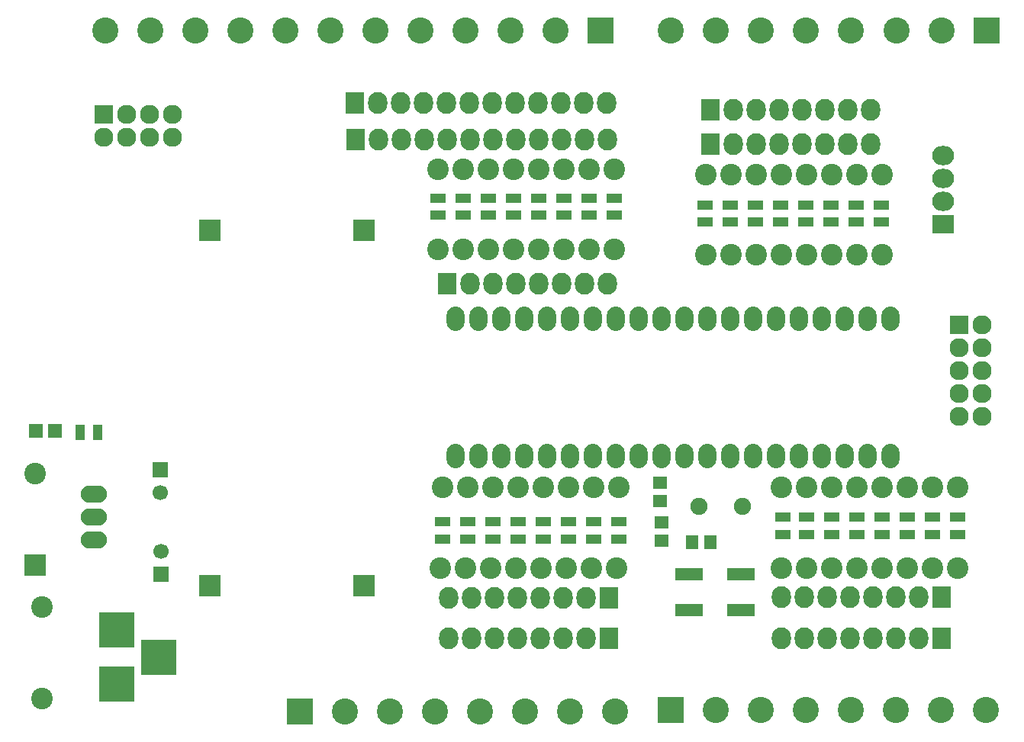
<source format=gbr>
G04 #@! TF.FileFunction,Soldermask,Top*
%FSLAX46Y46*%
G04 Gerber Fmt 4.6, Leading zero omitted, Abs format (unit mm)*
G04 Created by KiCad (PCBNEW 201611211049+7371~55~ubuntu16.10.1-product) date Mon Dec 19 15:07:25 2016*
%MOMM*%
%LPD*%
G01*
G04 APERTURE LIST*
%ADD10C,0.100000*%
%ADD11R,1.700000X1.700000*%
%ADD12C,1.700000*%
%ADD13R,3.900120X3.900120*%
%ADD14R,2.127200X2.127200*%
%ADD15O,2.127200X2.127200*%
%ADD16C,2.398980*%
%ADD17R,2.398980X2.398980*%
%ADD18O,2.000000X2.700000*%
%ADD19R,3.150000X1.400000*%
%ADD20O,2.899360X1.901140*%
%ADD21C,1.901140*%
%ADD22R,1.650000X1.400000*%
%ADD23R,1.400000X1.650000*%
%ADD24R,1.598880X1.598880*%
%ADD25R,1.100000X1.700000*%
%ADD26R,1.700000X1.100000*%
%ADD27C,2.900000*%
%ADD28R,2.900000X2.900000*%
%ADD29R,2.127200X2.432000*%
%ADD30O,2.127200X2.432000*%
%ADD31R,2.432000X2.127200*%
%ADD32O,2.432000X2.127200*%
G04 APERTURE END LIST*
D10*
D11*
X109474000Y-105156000D03*
D12*
X109474000Y-102656000D03*
D11*
X109347000Y-93599000D03*
D12*
X109347000Y-96099000D03*
D13*
X104521000Y-111401860D03*
X104521000Y-117401340D03*
X109220000Y-114401600D03*
D14*
X197993000Y-77470000D03*
D15*
X200533000Y-77470000D03*
X197993000Y-80010000D03*
X200533000Y-80010000D03*
X197993000Y-82550000D03*
X200533000Y-82550000D03*
X197993000Y-85090000D03*
X200533000Y-85090000D03*
X197993000Y-87630000D03*
X200533000Y-87630000D03*
D16*
X95501460Y-93980000D03*
D17*
X95501460Y-104140000D03*
D16*
X96266000Y-118999000D03*
X96266000Y-108839000D03*
D18*
X142113000Y-92075000D03*
X144653000Y-92075000D03*
X147193000Y-92075000D03*
X149733000Y-92075000D03*
X152273000Y-92075000D03*
X154813000Y-92075000D03*
X157353000Y-92075000D03*
X159893000Y-92075000D03*
X162433000Y-92075000D03*
X164973000Y-92075000D03*
X167513000Y-92075000D03*
X170053000Y-92075000D03*
X172593000Y-92075000D03*
X175133000Y-92075000D03*
X177673000Y-92075000D03*
X180213000Y-92075000D03*
X182753000Y-92075000D03*
X185293000Y-92075000D03*
X187833000Y-92075000D03*
X190373000Y-92075000D03*
X190373000Y-76835000D03*
X187833000Y-76835000D03*
X185293000Y-76835000D03*
X182753000Y-76835000D03*
X180213000Y-76835000D03*
X177673000Y-76835000D03*
X175133000Y-76835000D03*
X172593000Y-76835000D03*
X170053000Y-76835000D03*
X167513000Y-76835000D03*
X164973000Y-76835000D03*
X162433000Y-76835000D03*
X159893000Y-76835000D03*
X157353000Y-76835000D03*
X154813000Y-76835000D03*
X152273000Y-76835000D03*
X149733000Y-76835000D03*
X147193000Y-76835000D03*
X144653000Y-76835000D03*
X142113000Y-76835000D03*
D17*
X114919000Y-106489500D03*
X131969000Y-106489500D03*
X114871500Y-66992500D03*
X132016500Y-66992500D03*
D19*
X168067000Y-105188000D03*
X173817000Y-105188000D03*
X173817000Y-109188000D03*
X168067000Y-109188000D03*
D20*
X101981000Y-98806000D03*
X101981000Y-101346000D03*
X101981000Y-96266000D03*
D21*
X169136060Y-97663000D03*
X174017940Y-97663000D03*
D22*
X164973000Y-101457000D03*
X164973000Y-99457000D03*
D23*
X168418000Y-101600000D03*
X170418000Y-101600000D03*
D22*
X164846000Y-95012000D03*
X164846000Y-97012000D03*
D24*
X95597980Y-89281000D03*
X97696020Y-89281000D03*
D14*
X103124000Y-54102000D03*
D15*
X103124000Y-56642000D03*
X105664000Y-54102000D03*
X105664000Y-56642000D03*
X108204000Y-54102000D03*
X108204000Y-56642000D03*
X110744000Y-54102000D03*
X110744000Y-56642000D03*
D25*
X100523000Y-89408000D03*
X102423000Y-89408000D03*
D26*
X178435000Y-98872000D03*
X178435000Y-100772000D03*
X181102000Y-98872000D03*
X181102000Y-100772000D03*
X183896000Y-98872000D03*
X183896000Y-100772000D03*
X186690000Y-98872000D03*
X186690000Y-100772000D03*
X189484000Y-98872000D03*
X189484000Y-100772000D03*
X192278000Y-98872000D03*
X192278000Y-100772000D03*
X195072000Y-98872000D03*
X195072000Y-100772000D03*
X197866000Y-98872000D03*
X197866000Y-100772000D03*
X140208000Y-65339000D03*
X140208000Y-63439000D03*
X143002000Y-65339000D03*
X143002000Y-63439000D03*
X145796000Y-65339000D03*
X145796000Y-63439000D03*
X148590000Y-65339000D03*
X148590000Y-63439000D03*
X151384000Y-65339000D03*
X151384000Y-63439000D03*
X154178000Y-65339000D03*
X154178000Y-63439000D03*
X156972000Y-65339000D03*
X156972000Y-63439000D03*
X159766000Y-65339000D03*
X159766000Y-63439000D03*
X140716000Y-99380000D03*
X140716000Y-101280000D03*
X143510000Y-99380000D03*
X143510000Y-101280000D03*
X146304000Y-99380000D03*
X146304000Y-101280000D03*
X149098000Y-99380000D03*
X149098000Y-101280000D03*
X151892000Y-99380000D03*
X151892000Y-101280000D03*
X154686000Y-99380000D03*
X154686000Y-101280000D03*
X157480000Y-99380000D03*
X157480000Y-101280000D03*
X160274000Y-99380000D03*
X160274000Y-101280000D03*
X169799000Y-66101000D03*
X169799000Y-64201000D03*
X189357000Y-66101000D03*
X189357000Y-64201000D03*
X186563000Y-66101000D03*
X186563000Y-64201000D03*
X183769000Y-66101000D03*
X183769000Y-64201000D03*
X180975000Y-66101000D03*
X180975000Y-64201000D03*
X178181000Y-66101000D03*
X178181000Y-64201000D03*
X175387000Y-66101000D03*
X175387000Y-64201000D03*
X172593000Y-66101000D03*
X172593000Y-64201000D03*
D16*
X140208000Y-69088000D03*
X143002000Y-69088000D03*
X140716000Y-95504000D03*
X189484000Y-69723000D03*
X145796000Y-69088000D03*
X143510000Y-95504000D03*
X186690000Y-69723000D03*
X178308000Y-95504000D03*
X148590000Y-69088000D03*
X146304000Y-95504000D03*
X183896000Y-69723000D03*
X181102000Y-95504000D03*
X151384000Y-69088000D03*
X149098000Y-95504000D03*
X181102000Y-69723000D03*
X183896000Y-95504000D03*
X154178000Y-69088000D03*
X151892000Y-95504000D03*
X178308000Y-69723000D03*
X186690000Y-95504000D03*
X156972000Y-69088000D03*
X154686000Y-95504000D03*
X175514000Y-69723000D03*
X189484000Y-95504000D03*
X159766000Y-69088000D03*
X157480000Y-95504000D03*
X172720000Y-69723000D03*
X192278000Y-95504000D03*
X160274000Y-95504000D03*
X169926000Y-69723000D03*
X195072000Y-95504000D03*
X197866000Y-95504000D03*
X140208000Y-60198000D03*
X140462000Y-104521000D03*
X189484000Y-60833000D03*
X178308000Y-104521000D03*
X143002000Y-60198000D03*
X143256000Y-104521000D03*
X186690000Y-60833000D03*
X181102000Y-104521000D03*
X145796000Y-60198000D03*
X146050000Y-104521000D03*
X183896000Y-60833000D03*
X183896000Y-104521000D03*
X148590000Y-60198000D03*
X148844000Y-104521000D03*
X181102000Y-60833000D03*
X186690000Y-104521000D03*
X151384000Y-60198000D03*
X151638000Y-104521000D03*
X178308000Y-60833000D03*
X189484000Y-104521000D03*
X154178000Y-60198000D03*
X154432000Y-104521000D03*
X175514000Y-60833000D03*
X192278000Y-104521000D03*
X156972000Y-60198000D03*
X157226000Y-104521000D03*
X172720000Y-60833000D03*
X195072000Y-104521000D03*
X159766000Y-60198000D03*
X160020000Y-104521000D03*
X169926000Y-60833000D03*
X197866000Y-104521000D03*
D27*
X196041000Y-44831000D03*
D28*
X201041000Y-44831000D03*
D27*
X191041000Y-44831000D03*
X186041000Y-44831000D03*
X181041000Y-44831000D03*
X176041000Y-44831000D03*
X171041000Y-44831000D03*
X166041000Y-44831000D03*
X200989000Y-120269000D03*
X195989000Y-120269000D03*
X190989000Y-120269000D03*
X185989000Y-120269000D03*
X180989000Y-120269000D03*
X175989000Y-120269000D03*
D28*
X165989000Y-120269000D03*
D27*
X170989000Y-120269000D03*
X103242000Y-44831000D03*
X108242000Y-44831000D03*
X113242000Y-44831000D03*
X118242000Y-44831000D03*
X123242000Y-44831000D03*
X128242000Y-44831000D03*
X133242000Y-44831000D03*
X138242000Y-44831000D03*
X143242000Y-44831000D03*
X148242000Y-44831000D03*
D28*
X158242000Y-44831000D03*
D27*
X153242000Y-44831000D03*
X159841000Y-120396000D03*
X154841000Y-120396000D03*
X149841000Y-120396000D03*
X144841000Y-120396000D03*
X139841000Y-120396000D03*
X134841000Y-120396000D03*
D28*
X124841000Y-120396000D03*
D27*
X129841000Y-120396000D03*
D29*
X159131000Y-107823000D03*
D30*
X156591000Y-107823000D03*
X154051000Y-107823000D03*
X151511000Y-107823000D03*
X148971000Y-107823000D03*
X146431000Y-107823000D03*
X143891000Y-107823000D03*
X141351000Y-107823000D03*
D29*
X131064000Y-56896000D03*
D30*
X133604000Y-56896000D03*
X136144000Y-56896000D03*
X138684000Y-56896000D03*
X141224000Y-56896000D03*
X143764000Y-56896000D03*
X146304000Y-56896000D03*
X148844000Y-56896000D03*
X151384000Y-56896000D03*
X153924000Y-56896000D03*
X156464000Y-56896000D03*
X159004000Y-56896000D03*
X188214000Y-57404000D03*
X185674000Y-57404000D03*
X183134000Y-57404000D03*
X180594000Y-57404000D03*
X178054000Y-57404000D03*
X175514000Y-57404000D03*
X172974000Y-57404000D03*
D29*
X170434000Y-57404000D03*
X196088000Y-107696000D03*
D30*
X193548000Y-107696000D03*
X191008000Y-107696000D03*
X188468000Y-107696000D03*
X185928000Y-107696000D03*
X183388000Y-107696000D03*
X180848000Y-107696000D03*
X178308000Y-107696000D03*
D29*
X130937000Y-52832000D03*
D30*
X133477000Y-52832000D03*
X136017000Y-52832000D03*
X138557000Y-52832000D03*
X141097000Y-52832000D03*
X143637000Y-52832000D03*
X146177000Y-52832000D03*
X148717000Y-52832000D03*
X151257000Y-52832000D03*
X153797000Y-52832000D03*
X156337000Y-52832000D03*
X158877000Y-52832000D03*
D29*
X159131000Y-112268000D03*
D30*
X156591000Y-112268000D03*
X154051000Y-112268000D03*
X151511000Y-112268000D03*
X148971000Y-112268000D03*
X146431000Y-112268000D03*
X143891000Y-112268000D03*
X141351000Y-112268000D03*
X188214000Y-53594000D03*
X185674000Y-53594000D03*
X183134000Y-53594000D03*
X180594000Y-53594000D03*
X178054000Y-53594000D03*
X175514000Y-53594000D03*
X172974000Y-53594000D03*
D29*
X170434000Y-53594000D03*
X196088000Y-112268000D03*
D30*
X193548000Y-112268000D03*
X191008000Y-112268000D03*
X188468000Y-112268000D03*
X185928000Y-112268000D03*
X183388000Y-112268000D03*
X180848000Y-112268000D03*
X178308000Y-112268000D03*
D29*
X141224000Y-72898000D03*
D30*
X143764000Y-72898000D03*
X146304000Y-72898000D03*
X148844000Y-72898000D03*
X151384000Y-72898000D03*
X153924000Y-72898000D03*
X156464000Y-72898000D03*
X159004000Y-72898000D03*
D31*
X196215000Y-66294000D03*
D32*
X196215000Y-63754000D03*
X196215000Y-61214000D03*
X196215000Y-58674000D03*
M02*

</source>
